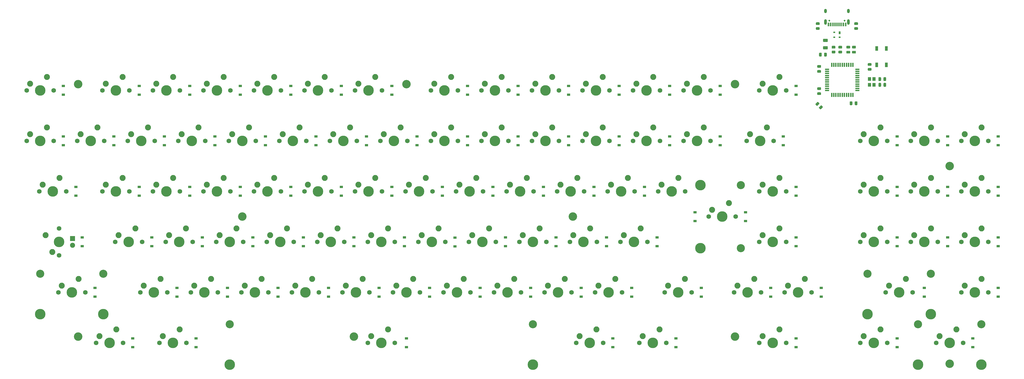
<source format=gbs>
%TF.GenerationSoftware,KiCad,Pcbnew,5.1.9*%
%TF.CreationDate,2022-11-22T14:36:08-05:00*%
%TF.ProjectId,EKS1000-V4,454b5331-3030-4302-9d56-342e6b696361,rev?*%
%TF.SameCoordinates,Original*%
%TF.FileFunction,Soldermask,Bot*%
%TF.FilePolarity,Negative*%
%FSLAX46Y46*%
G04 Gerber Fmt 4.6, Leading zero omitted, Abs format (unit mm)*
G04 Created by KiCad (PCBNEW 5.1.9) date 2022-11-22 14:36:08*
%MOMM*%
%LPD*%
G01*
G04 APERTURE LIST*
%ADD10C,2.250000*%
%ADD11C,3.987800*%
%ADD12C,1.750000*%
%ADD13C,3.200000*%
%ADD14O,1.000000X1.600000*%
%ADD15C,0.650000*%
%ADD16O,1.000000X2.100000*%
%ADD17R,0.300000X1.450000*%
%ADD18R,0.600000X1.450000*%
%ADD19R,1.905000X1.905000*%
%ADD20C,1.905000*%
%ADD21C,3.048000*%
%ADD22R,0.700000X1.000000*%
%ADD23R,0.700000X0.600000*%
%ADD24R,1.200000X1.400000*%
%ADD25R,1.500000X0.550000*%
%ADD26R,0.550000X1.500000*%
%ADD27R,1.100000X1.800000*%
%ADD28R,1.200000X0.900000*%
G04 APERTURE END LIST*
D10*
%TO.C,MX78*%
X326390000Y-23495000D03*
D11*
X323850000Y-28575000D03*
D10*
X320040000Y-26035000D03*
D12*
X318770000Y-28575000D03*
X328930000Y-28575000D03*
%TD*%
D13*
%TO.C,M10*%
X352425000Y-112712500D03*
%TD*%
%TO.C,M3*%
X85725000Y-57150000D03*
%TD*%
%TO.C,M5*%
X352425000Y-38100000D03*
%TD*%
%TO.C,M2*%
X147637500Y-7143750D03*
%TD*%
%TO.C,M8*%
X210343750Y-57150000D03*
%TD*%
%TO.C,M7*%
X127793750Y-102393750D03*
%TD*%
%TO.C,M9*%
X271462500Y-102393750D03*
%TD*%
%TO.C,M6*%
X23812500Y-102393750D03*
%TD*%
D14*
%TO.C,J1*%
X314260198Y20417500D03*
D15*
X312830198Y16767500D03*
D14*
X305620198Y20417500D03*
D15*
X307050198Y16767500D03*
D16*
X305620198Y16237500D03*
X314260198Y16237500D03*
D17*
X309690198Y15322500D03*
X311690198Y15322500D03*
X311190198Y15322500D03*
X310690198Y15322500D03*
X310190198Y15322500D03*
X309190198Y15322500D03*
X308690198Y15322500D03*
X308190198Y15322500D03*
D18*
X313190198Y15322500D03*
X312390198Y15322500D03*
X307490198Y15322500D03*
X306690198Y15322500D03*
X306690198Y15322500D03*
X307490198Y15322500D03*
X312390198Y15322500D03*
X313190198Y15322500D03*
%TD*%
%TO.C,R1*%
G36*
G01*
X322712502Y-266750D02*
X321812498Y-266750D01*
G75*
G02*
X321562500Y-16752I0J249998D01*
G01*
X321562500Y508252D01*
G75*
G02*
X321812498Y758250I249998J0D01*
G01*
X322712502Y758250D01*
G75*
G02*
X322962500Y508252I0J-249998D01*
G01*
X322962500Y-16752D01*
G75*
G02*
X322712502Y-266750I-249998J0D01*
G01*
G37*
G36*
G01*
X322712502Y-2091750D02*
X321812498Y-2091750D01*
G75*
G02*
X321562500Y-1841752I0J249998D01*
G01*
X321562500Y-1316748D01*
G75*
G02*
X321812498Y-1066750I249998J0D01*
G01*
X322712502Y-1066750D01*
G75*
G02*
X322962500Y-1316748I0J-249998D01*
G01*
X322962500Y-1841752D01*
G75*
G02*
X322712502Y-2091750I-249998J0D01*
G01*
G37*
%TD*%
D12*
%TO.C,MX4*%
X16668750Y-61595000D03*
X16668750Y-71755000D03*
D19*
X21748750Y-65405000D03*
D20*
X21748750Y-67945000D03*
D10*
X14128750Y-70485000D03*
D11*
X16668750Y-66675000D03*
D10*
X11588750Y-64135000D03*
%TD*%
D13*
%TO.C,M4*%
X271462500Y-7143750D03*
%TD*%
%TO.C,M1*%
X23812500Y-7143750D03*
%TD*%
D10*
%TO.C,MX73*%
X288290000Y-42545000D03*
D11*
X285750000Y-47625000D03*
D10*
X281940000Y-45085000D03*
D12*
X280670000Y-47625000D03*
X290830000Y-47625000D03*
%TD*%
D11*
%TO.C,MX70*%
X258445000Y-69056250D03*
X258445000Y-45243750D03*
D21*
X273685000Y-69056250D03*
X273685000Y-45243750D03*
D12*
X271780000Y-57150000D03*
X261620000Y-57150000D03*
D10*
X262890000Y-54610000D03*
D11*
X266700000Y-57150000D03*
D10*
X269240000Y-52070000D03*
%TD*%
%TO.C,MX41*%
X159702500Y-61595000D03*
D11*
X157162500Y-66675000D03*
D10*
X153352500Y-64135000D03*
D12*
X152082500Y-66675000D03*
X162242500Y-66675000D03*
%TD*%
D22*
%TO.C,U2*%
X310945250Y12211750D03*
D23*
X308945250Y12411750D03*
X310945250Y10511750D03*
X308945250Y10511750D03*
%TD*%
D10*
%TO.C,MX6*%
X38258750Y-99695000D03*
D11*
X35718750Y-104775000D03*
D10*
X31908750Y-102235000D03*
D12*
X30638750Y-104775000D03*
X40798750Y-104775000D03*
%TD*%
D24*
%TO.C,Y1*%
X323906250Y-7450000D03*
X323906250Y-5250000D03*
X322206250Y-5250000D03*
X322206250Y-7450000D03*
%TD*%
D25*
%TO.C,U1*%
X306243750Y-1556250D03*
X306243750Y-2356250D03*
X306243750Y-3156250D03*
X306243750Y-3956250D03*
X306243750Y-4756250D03*
X306243750Y-5556250D03*
X306243750Y-6356250D03*
X306243750Y-7156250D03*
X306243750Y-7956250D03*
X306243750Y-8756250D03*
X306243750Y-9556250D03*
D26*
X307943750Y-11256250D03*
X308743750Y-11256250D03*
X309543750Y-11256250D03*
X310343750Y-11256250D03*
X311143750Y-11256250D03*
X311943750Y-11256250D03*
X312743750Y-11256250D03*
X313543750Y-11256250D03*
X314343750Y-11256250D03*
X315143750Y-11256250D03*
X315943750Y-11256250D03*
D25*
X317643750Y-9556250D03*
X317643750Y-8756250D03*
X317643750Y-7956250D03*
X317643750Y-7156250D03*
X317643750Y-6356250D03*
X317643750Y-5556250D03*
X317643750Y-4756250D03*
X317643750Y-3956250D03*
X317643750Y-3156250D03*
X317643750Y-2356250D03*
X317643750Y-1556250D03*
D26*
X315943750Y143750D03*
X315143750Y143750D03*
X314343750Y143750D03*
X313543750Y143750D03*
X312743750Y143750D03*
X311943750Y143750D03*
X311143750Y143750D03*
X310343750Y143750D03*
X309543750Y143750D03*
X308743750Y143750D03*
X307943750Y143750D03*
%TD*%
D27*
%TO.C,SW1*%
X324889250Y75000D03*
X328589250Y6275000D03*
X328589250Y75000D03*
X324889250Y6275000D03*
%TD*%
%TO.C,R6*%
G36*
G01*
X302254498Y14332000D02*
X303154502Y14332000D01*
G75*
G02*
X303404500Y14082002I0J-249998D01*
G01*
X303404500Y13556998D01*
G75*
G02*
X303154502Y13307000I-249998J0D01*
G01*
X302254498Y13307000D01*
G75*
G02*
X302004500Y13556998I0J249998D01*
G01*
X302004500Y14082002D01*
G75*
G02*
X302254498Y14332000I249998J0D01*
G01*
G37*
G36*
G01*
X302254498Y16157000D02*
X303154502Y16157000D01*
G75*
G02*
X303404500Y15907002I0J-249998D01*
G01*
X303404500Y15381998D01*
G75*
G02*
X303154502Y15132000I-249998J0D01*
G01*
X302254498Y15132000D01*
G75*
G02*
X302004500Y15381998I0J249998D01*
G01*
X302004500Y15907002D01*
G75*
G02*
X302254498Y16157000I249998J0D01*
G01*
G37*
%TD*%
%TO.C,R5*%
G36*
G01*
X316700748Y14332000D02*
X317600752Y14332000D01*
G75*
G02*
X317850750Y14082002I0J-249998D01*
G01*
X317850750Y13556998D01*
G75*
G02*
X317600752Y13307000I-249998J0D01*
G01*
X316700748Y13307000D01*
G75*
G02*
X316450750Y13556998I0J249998D01*
G01*
X316450750Y14082002D01*
G75*
G02*
X316700748Y14332000I249998J0D01*
G01*
G37*
G36*
G01*
X316700748Y16157000D02*
X317600752Y16157000D01*
G75*
G02*
X317850750Y15907002I0J-249998D01*
G01*
X317850750Y15381998D01*
G75*
G02*
X317600752Y15132000I-249998J0D01*
G01*
X316700748Y15132000D01*
G75*
G02*
X316450750Y15381998I0J249998D01*
G01*
X316450750Y15907002D01*
G75*
G02*
X316700748Y16157000I249998J0D01*
G01*
G37*
%TD*%
%TO.C,R4*%
G36*
G01*
X303177144Y-15872793D02*
X303813543Y-15236394D01*
G75*
G02*
X304167093Y-15236394I176775J-176775D01*
G01*
X304538326Y-15607627D01*
G75*
G02*
X304538326Y-15961177I-176775J-176775D01*
G01*
X303901927Y-16597576D01*
G75*
G02*
X303548377Y-16597576I-176775J176775D01*
G01*
X303177144Y-16226343D01*
G75*
G02*
X303177144Y-15872793I176775J176775D01*
G01*
G37*
G36*
G01*
X301886674Y-14582323D02*
X302523073Y-13945924D01*
G75*
G02*
X302876623Y-13945924I176775J-176775D01*
G01*
X303247856Y-14317157D01*
G75*
G02*
X303247856Y-14670707I-176775J-176775D01*
G01*
X302611457Y-15307106D01*
G75*
G02*
X302257907Y-15307106I-176775J176775D01*
G01*
X301886674Y-14935873D01*
G75*
G02*
X301886674Y-14582323I176775J176775D01*
G01*
G37*
%TD*%
%TO.C,R3*%
G36*
G01*
X309095252Y6253966D02*
X308195248Y6253966D01*
G75*
G02*
X307945250Y6503964I0J249998D01*
G01*
X307945250Y7028968D01*
G75*
G02*
X308195248Y7278966I249998J0D01*
G01*
X309095252Y7278966D01*
G75*
G02*
X309345250Y7028968I0J-249998D01*
G01*
X309345250Y6503964D01*
G75*
G02*
X309095252Y6253966I-249998J0D01*
G01*
G37*
G36*
G01*
X309095252Y4428966D02*
X308195248Y4428966D01*
G75*
G02*
X307945250Y4678964I0J249998D01*
G01*
X307945250Y5203968D01*
G75*
G02*
X308195248Y5453966I249998J0D01*
G01*
X309095252Y5453966D01*
G75*
G02*
X309345250Y5203968I0J-249998D01*
G01*
X309345250Y4678964D01*
G75*
G02*
X309095252Y4428966I-249998J0D01*
G01*
G37*
%TD*%
%TO.C,R2*%
G36*
G01*
X311627502Y6253966D02*
X310727498Y6253966D01*
G75*
G02*
X310477500Y6503964I0J249998D01*
G01*
X310477500Y7028968D01*
G75*
G02*
X310727498Y7278966I249998J0D01*
G01*
X311627502Y7278966D01*
G75*
G02*
X311877500Y7028968I0J-249998D01*
G01*
X311877500Y6503964D01*
G75*
G02*
X311627502Y6253966I-249998J0D01*
G01*
G37*
G36*
G01*
X311627502Y4428966D02*
X310727498Y4428966D01*
G75*
G02*
X310477500Y4678964I0J249998D01*
G01*
X310477500Y5203968D01*
G75*
G02*
X310727498Y5453966I249998J0D01*
G01*
X311627502Y5453966D01*
G75*
G02*
X311877500Y5203968I0J-249998D01*
G01*
X311877500Y4678964D01*
G75*
G02*
X311627502Y4428966I-249998J0D01*
G01*
G37*
%TD*%
D10*
%TO.C,MX90*%
X354965000Y-99695000D03*
D11*
X352425000Y-104775000D03*
D10*
X348615000Y-102235000D03*
D12*
X347345000Y-104775000D03*
X357505000Y-104775000D03*
D21*
X340518750Y-97790000D03*
X364331250Y-97790000D03*
D11*
X340518750Y-113030000D03*
X364331250Y-113030000D03*
%TD*%
D10*
%TO.C,MX89*%
X364490000Y-80645000D03*
D11*
X361950000Y-85725000D03*
D10*
X358140000Y-83185000D03*
D12*
X356870000Y-85725000D03*
X367030000Y-85725000D03*
%TD*%
D10*
%TO.C,MX88*%
X364490000Y-61595000D03*
D11*
X361950000Y-66675000D03*
D10*
X358140000Y-64135000D03*
D12*
X356870000Y-66675000D03*
X367030000Y-66675000D03*
%TD*%
D10*
%TO.C,MX87*%
X364490000Y-42545000D03*
D11*
X361950000Y-47625000D03*
D10*
X358140000Y-45085000D03*
D12*
X356870000Y-47625000D03*
X367030000Y-47625000D03*
%TD*%
D10*
%TO.C,MX86*%
X364490000Y-23495000D03*
D11*
X361950000Y-28575000D03*
D10*
X358140000Y-26035000D03*
D12*
X356870000Y-28575000D03*
X367030000Y-28575000D03*
%TD*%
D10*
%TO.C,MX85*%
X345440000Y-61595000D03*
D11*
X342900000Y-66675000D03*
D10*
X339090000Y-64135000D03*
D12*
X337820000Y-66675000D03*
X347980000Y-66675000D03*
%TD*%
D10*
%TO.C,MX84*%
X345440000Y-42545000D03*
D11*
X342900000Y-47625000D03*
D10*
X339090000Y-45085000D03*
D12*
X337820000Y-47625000D03*
X347980000Y-47625000D03*
%TD*%
D10*
%TO.C,MX83*%
X345440000Y-23495000D03*
D11*
X342900000Y-28575000D03*
D10*
X339090000Y-26035000D03*
D12*
X337820000Y-28575000D03*
X347980000Y-28575000D03*
%TD*%
D10*
%TO.C,MX82*%
X326390000Y-99695000D03*
D11*
X323850000Y-104775000D03*
D10*
X320040000Y-102235000D03*
D12*
X318770000Y-104775000D03*
X328930000Y-104775000D03*
%TD*%
D10*
%TO.C,MX81*%
X335915000Y-80645000D03*
D11*
X333375000Y-85725000D03*
D10*
X329565000Y-83185000D03*
D12*
X328295000Y-85725000D03*
X338455000Y-85725000D03*
D21*
X321468750Y-78740000D03*
X345281250Y-78740000D03*
D11*
X321468750Y-93980000D03*
X345281250Y-93980000D03*
%TD*%
D10*
%TO.C,MX80*%
X326390000Y-61595000D03*
D11*
X323850000Y-66675000D03*
D10*
X320040000Y-64135000D03*
D12*
X318770000Y-66675000D03*
X328930000Y-66675000D03*
%TD*%
D10*
%TO.C,MX79*%
X326390000Y-42545000D03*
D11*
X323850000Y-47625000D03*
D10*
X320040000Y-45085000D03*
D12*
X318770000Y-47625000D03*
X328930000Y-47625000D03*
%TD*%
D10*
%TO.C,MX77*%
X288290000Y-99695000D03*
D11*
X285750000Y-104775000D03*
D10*
X281940000Y-102235000D03*
D12*
X280670000Y-104775000D03*
X290830000Y-104775000D03*
%TD*%
D10*
%TO.C,MX76*%
X297815000Y-80645000D03*
D11*
X295275000Y-85725000D03*
D10*
X291465000Y-83185000D03*
D12*
X290195000Y-85725000D03*
X300355000Y-85725000D03*
%TD*%
D10*
%TO.C,MX75*%
X278765000Y-80645000D03*
D11*
X276225000Y-85725000D03*
D10*
X272415000Y-83185000D03*
D12*
X271145000Y-85725000D03*
X281305000Y-85725000D03*
%TD*%
D10*
%TO.C,MX74*%
X288290000Y-61595000D03*
D11*
X285750000Y-66675000D03*
D10*
X281940000Y-64135000D03*
D12*
X280670000Y-66675000D03*
X290830000Y-66675000D03*
%TD*%
D10*
%TO.C,MX59*%
X243046250Y-99695000D03*
D11*
X240506250Y-104775000D03*
D10*
X236696250Y-102235000D03*
D12*
X235426250Y-104775000D03*
X245586250Y-104775000D03*
%TD*%
D10*
%TO.C,MX64*%
X252571250Y-80645000D03*
D11*
X250031250Y-85725000D03*
D10*
X246221250Y-83185000D03*
D12*
X244951250Y-85725000D03*
X255111250Y-85725000D03*
%TD*%
D10*
%TO.C,MX72*%
X283527500Y-23495000D03*
D11*
X280987500Y-28575000D03*
D10*
X277177500Y-26035000D03*
D12*
X275907500Y-28575000D03*
X286067500Y-28575000D03*
%TD*%
D10*
%TO.C,MX71*%
X288290000Y-4445000D03*
D11*
X285750000Y-9525000D03*
D10*
X281940000Y-6985000D03*
D12*
X280670000Y-9525000D03*
X290830000Y-9525000D03*
%TD*%
D10*
%TO.C,MX53*%
X219233750Y-99695000D03*
D11*
X216693750Y-104775000D03*
D10*
X212883750Y-102235000D03*
D12*
X211613750Y-104775000D03*
X221773750Y-104775000D03*
%TD*%
D10*
%TO.C,MX58*%
X226377500Y-80645000D03*
D11*
X223837500Y-85725000D03*
D10*
X220027500Y-83185000D03*
D12*
X218757500Y-85725000D03*
X228917500Y-85725000D03*
%TD*%
D10*
%TO.C,MX63*%
X235902500Y-61595000D03*
D11*
X233362500Y-66675000D03*
D10*
X229552500Y-64135000D03*
D12*
X228282500Y-66675000D03*
X238442500Y-66675000D03*
%TD*%
D10*
%TO.C,MX67*%
X250190000Y-42545000D03*
D11*
X247650000Y-47625000D03*
D10*
X243840000Y-45085000D03*
D12*
X242570000Y-47625000D03*
X252730000Y-47625000D03*
%TD*%
D10*
%TO.C,MX69*%
X259715000Y-23495000D03*
D11*
X257175000Y-28575000D03*
D10*
X253365000Y-26035000D03*
D12*
X252095000Y-28575000D03*
X262255000Y-28575000D03*
%TD*%
D10*
%TO.C,MX68*%
X259715000Y-4445000D03*
D11*
X257175000Y-9525000D03*
D10*
X253365000Y-6985000D03*
D12*
X252095000Y-9525000D03*
X262255000Y-9525000D03*
%TD*%
D10*
%TO.C,MX52*%
X207327500Y-80645000D03*
D11*
X204787500Y-85725000D03*
D10*
X200977500Y-83185000D03*
D12*
X199707500Y-85725000D03*
X209867500Y-85725000D03*
%TD*%
D10*
%TO.C,MX57*%
X216852500Y-61595000D03*
D11*
X214312500Y-66675000D03*
D10*
X210502500Y-64135000D03*
D12*
X209232500Y-66675000D03*
X219392500Y-66675000D03*
%TD*%
D10*
%TO.C,MX62*%
X231140000Y-42545000D03*
D11*
X228600000Y-47625000D03*
D10*
X224790000Y-45085000D03*
D12*
X223520000Y-47625000D03*
X233680000Y-47625000D03*
%TD*%
D10*
%TO.C,MX66*%
X240665000Y-23495000D03*
D11*
X238125000Y-28575000D03*
D10*
X234315000Y-26035000D03*
D12*
X233045000Y-28575000D03*
X243205000Y-28575000D03*
%TD*%
D10*
%TO.C,MX65*%
X240665000Y-4445000D03*
D11*
X238125000Y-9525000D03*
D10*
X234315000Y-6985000D03*
D12*
X233045000Y-9525000D03*
X243205000Y-9525000D03*
%TD*%
D10*
%TO.C,MX47*%
X188277500Y-80645000D03*
D11*
X185737500Y-85725000D03*
D10*
X181927500Y-83185000D03*
D12*
X180657500Y-85725000D03*
X190817500Y-85725000D03*
%TD*%
D10*
%TO.C,MX51*%
X197802500Y-61595000D03*
D11*
X195262500Y-66675000D03*
D10*
X191452500Y-64135000D03*
D12*
X190182500Y-66675000D03*
X200342500Y-66675000D03*
%TD*%
D10*
%TO.C,MX56*%
X212090000Y-42545000D03*
D11*
X209550000Y-47625000D03*
D10*
X205740000Y-45085000D03*
D12*
X204470000Y-47625000D03*
X214630000Y-47625000D03*
%TD*%
D10*
%TO.C,MX61*%
X221615000Y-23495000D03*
D11*
X219075000Y-28575000D03*
D10*
X215265000Y-26035000D03*
D12*
X213995000Y-28575000D03*
X224155000Y-28575000D03*
%TD*%
D10*
%TO.C,MX60*%
X221615000Y-4445000D03*
D11*
X219075000Y-9525000D03*
D10*
X215265000Y-6985000D03*
D12*
X213995000Y-9525000D03*
X224155000Y-9525000D03*
%TD*%
D10*
%TO.C,MX42*%
X169227500Y-80645000D03*
D11*
X166687500Y-85725000D03*
D10*
X162877500Y-83185000D03*
D12*
X161607500Y-85725000D03*
X171767500Y-85725000D03*
%TD*%
D10*
%TO.C,MX46*%
X178752500Y-61595000D03*
D11*
X176212500Y-66675000D03*
D10*
X172402500Y-64135000D03*
D12*
X171132500Y-66675000D03*
X181292500Y-66675000D03*
%TD*%
D10*
%TO.C,MX50*%
X193040000Y-42545000D03*
D11*
X190500000Y-47625000D03*
D10*
X186690000Y-45085000D03*
D12*
X185420000Y-47625000D03*
X195580000Y-47625000D03*
%TD*%
D10*
%TO.C,MX55*%
X202565000Y-23495000D03*
D11*
X200025000Y-28575000D03*
D10*
X196215000Y-26035000D03*
D12*
X194945000Y-28575000D03*
X205105000Y-28575000D03*
%TD*%
D10*
%TO.C,MX54*%
X202565000Y-4445000D03*
D11*
X200025000Y-9525000D03*
D10*
X196215000Y-6985000D03*
D12*
X194945000Y-9525000D03*
X205105000Y-9525000D03*
%TD*%
D10*
%TO.C,MX45*%
X173990000Y-42545000D03*
D11*
X171450000Y-47625000D03*
D10*
X167640000Y-45085000D03*
D12*
X166370000Y-47625000D03*
X176530000Y-47625000D03*
%TD*%
D10*
%TO.C,MX49*%
X183515000Y-23495000D03*
D11*
X180975000Y-28575000D03*
D10*
X177165000Y-26035000D03*
D12*
X175895000Y-28575000D03*
X186055000Y-28575000D03*
%TD*%
D10*
%TO.C,MX48*%
X183515000Y-4445000D03*
D11*
X180975000Y-9525000D03*
D10*
X177165000Y-6985000D03*
D12*
X175895000Y-9525000D03*
X186055000Y-9525000D03*
%TD*%
D10*
%TO.C,MX44*%
X164465000Y-23495000D03*
D11*
X161925000Y-28575000D03*
D10*
X158115000Y-26035000D03*
D12*
X156845000Y-28575000D03*
X167005000Y-28575000D03*
%TD*%
D10*
%TO.C,MX43*%
X164465000Y-4445000D03*
D11*
X161925000Y-9525000D03*
D10*
X158115000Y-6985000D03*
D12*
X156845000Y-9525000D03*
X167005000Y-9525000D03*
%TD*%
D10*
%TO.C,MX40*%
X154940000Y-42545000D03*
D11*
X152400000Y-47625000D03*
D10*
X148590000Y-45085000D03*
D12*
X147320000Y-47625000D03*
X157480000Y-47625000D03*
%TD*%
D10*
%TO.C,MX39*%
X145415000Y-23495000D03*
D11*
X142875000Y-28575000D03*
D10*
X139065000Y-26035000D03*
D12*
X137795000Y-28575000D03*
X147955000Y-28575000D03*
%TD*%
D10*
%TO.C,MX38*%
X135890000Y-4445000D03*
D11*
X133350000Y-9525000D03*
D10*
X129540000Y-6985000D03*
D12*
X128270000Y-9525000D03*
X138430000Y-9525000D03*
%TD*%
D10*
%TO.C,MX37*%
X150177500Y-80645000D03*
D11*
X147637500Y-85725000D03*
D10*
X143827500Y-83185000D03*
D12*
X142557500Y-85725000D03*
X152717500Y-85725000D03*
%TD*%
D10*
%TO.C,MX36*%
X140652500Y-61595000D03*
D11*
X138112500Y-66675000D03*
D10*
X134302500Y-64135000D03*
D12*
X133032500Y-66675000D03*
X143192500Y-66675000D03*
%TD*%
D10*
%TO.C,MX35*%
X135890000Y-42545000D03*
D11*
X133350000Y-47625000D03*
D10*
X129540000Y-45085000D03*
D12*
X128270000Y-47625000D03*
X138430000Y-47625000D03*
%TD*%
D10*
%TO.C,MX34*%
X126365000Y-23495000D03*
D11*
X123825000Y-28575000D03*
D10*
X120015000Y-26035000D03*
D12*
X118745000Y-28575000D03*
X128905000Y-28575000D03*
%TD*%
D10*
%TO.C,MX33*%
X116840000Y-4445000D03*
D11*
X114300000Y-9525000D03*
D10*
X110490000Y-6985000D03*
D12*
X109220000Y-9525000D03*
X119380000Y-9525000D03*
%TD*%
D10*
%TO.C,MX32*%
X140652500Y-99695000D03*
D11*
X138112500Y-104775000D03*
D10*
X134302500Y-102235000D03*
D12*
X133032500Y-104775000D03*
X143192500Y-104775000D03*
D21*
X80962500Y-97790000D03*
X195262500Y-97790000D03*
D11*
X80962500Y-113030000D03*
X195262500Y-113030000D03*
%TD*%
D10*
%TO.C,MX31*%
X131127500Y-80645000D03*
D11*
X128587500Y-85725000D03*
D10*
X124777500Y-83185000D03*
D12*
X123507500Y-85725000D03*
X133667500Y-85725000D03*
%TD*%
D10*
%TO.C,MX30*%
X121602500Y-61595000D03*
D11*
X119062500Y-66675000D03*
D10*
X115252500Y-64135000D03*
D12*
X113982500Y-66675000D03*
X124142500Y-66675000D03*
%TD*%
D10*
%TO.C,MX29*%
X116840000Y-42545000D03*
D11*
X114300000Y-47625000D03*
D10*
X110490000Y-45085000D03*
D12*
X109220000Y-47625000D03*
X119380000Y-47625000D03*
%TD*%
D10*
%TO.C,MX28*%
X107315000Y-23495000D03*
D11*
X104775000Y-28575000D03*
D10*
X100965000Y-26035000D03*
D12*
X99695000Y-28575000D03*
X109855000Y-28575000D03*
%TD*%
D10*
%TO.C,MX27*%
X97790000Y-4445000D03*
D11*
X95250000Y-9525000D03*
D10*
X91440000Y-6985000D03*
D12*
X90170000Y-9525000D03*
X100330000Y-9525000D03*
%TD*%
D10*
%TO.C,MX26*%
X112077500Y-80645000D03*
D11*
X109537500Y-85725000D03*
D10*
X105727500Y-83185000D03*
D12*
X104457500Y-85725000D03*
X114617500Y-85725000D03*
%TD*%
D10*
%TO.C,MX25*%
X102552500Y-61595000D03*
D11*
X100012500Y-66675000D03*
D10*
X96202500Y-64135000D03*
D12*
X94932500Y-66675000D03*
X105092500Y-66675000D03*
%TD*%
D10*
%TO.C,MX24*%
X97790000Y-42545000D03*
D11*
X95250000Y-47625000D03*
D10*
X91440000Y-45085000D03*
D12*
X90170000Y-47625000D03*
X100330000Y-47625000D03*
%TD*%
D10*
%TO.C,MX23*%
X88265000Y-23495000D03*
D11*
X85725000Y-28575000D03*
D10*
X81915000Y-26035000D03*
D12*
X80645000Y-28575000D03*
X90805000Y-28575000D03*
%TD*%
D10*
%TO.C,MX22*%
X78740000Y-4445000D03*
D11*
X76200000Y-9525000D03*
D10*
X72390000Y-6985000D03*
D12*
X71120000Y-9525000D03*
X81280000Y-9525000D03*
%TD*%
D10*
%TO.C,MX21*%
X93027500Y-80645000D03*
D11*
X90487500Y-85725000D03*
D10*
X86677500Y-83185000D03*
D12*
X85407500Y-85725000D03*
X95567500Y-85725000D03*
%TD*%
D10*
%TO.C,MX20*%
X83502500Y-61595000D03*
D11*
X80962500Y-66675000D03*
D10*
X77152500Y-64135000D03*
D12*
X75882500Y-66675000D03*
X86042500Y-66675000D03*
%TD*%
D10*
%TO.C,MX19*%
X78740000Y-42545000D03*
D11*
X76200000Y-47625000D03*
D10*
X72390000Y-45085000D03*
D12*
X71120000Y-47625000D03*
X81280000Y-47625000D03*
%TD*%
D10*
%TO.C,MX18*%
X69215000Y-23495000D03*
D11*
X66675000Y-28575000D03*
D10*
X62865000Y-26035000D03*
D12*
X61595000Y-28575000D03*
X71755000Y-28575000D03*
%TD*%
D10*
%TO.C,MX17*%
X59690000Y-4445000D03*
D11*
X57150000Y-9525000D03*
D10*
X53340000Y-6985000D03*
D12*
X52070000Y-9525000D03*
X62230000Y-9525000D03*
%TD*%
D10*
%TO.C,MX16*%
X73977500Y-80645000D03*
D11*
X71437500Y-85725000D03*
D10*
X67627500Y-83185000D03*
D12*
X66357500Y-85725000D03*
X76517500Y-85725000D03*
%TD*%
D10*
%TO.C,MX15*%
X64452500Y-61595000D03*
D11*
X61912500Y-66675000D03*
D10*
X58102500Y-64135000D03*
D12*
X56832500Y-66675000D03*
X66992500Y-66675000D03*
%TD*%
D10*
%TO.C,MX14*%
X59690000Y-42545000D03*
D11*
X57150000Y-47625000D03*
D10*
X53340000Y-45085000D03*
D12*
X52070000Y-47625000D03*
X62230000Y-47625000D03*
%TD*%
D10*
%TO.C,MX13*%
X50165000Y-23495000D03*
D11*
X47625000Y-28575000D03*
D10*
X43815000Y-26035000D03*
D12*
X42545000Y-28575000D03*
X52705000Y-28575000D03*
%TD*%
D10*
%TO.C,MX12*%
X40640000Y-4445000D03*
D11*
X38100000Y-9525000D03*
D10*
X34290000Y-6985000D03*
D12*
X33020000Y-9525000D03*
X43180000Y-9525000D03*
%TD*%
D10*
%TO.C,MX11*%
X62071250Y-99695000D03*
D11*
X59531250Y-104775000D03*
D10*
X55721250Y-102235000D03*
D12*
X54451250Y-104775000D03*
X64611250Y-104775000D03*
%TD*%
D10*
%TO.C,MX10*%
X54927500Y-80645000D03*
D11*
X52387500Y-85725000D03*
D10*
X48577500Y-83185000D03*
D12*
X47307500Y-85725000D03*
X57467500Y-85725000D03*
%TD*%
D10*
%TO.C,MX9*%
X45402500Y-61595000D03*
D11*
X42862500Y-66675000D03*
D10*
X39052500Y-64135000D03*
D12*
X37782500Y-66675000D03*
X47942500Y-66675000D03*
%TD*%
D10*
%TO.C,MX8*%
X40640000Y-42545000D03*
D11*
X38100000Y-47625000D03*
D10*
X34290000Y-45085000D03*
D12*
X33020000Y-47625000D03*
X43180000Y-47625000D03*
%TD*%
D10*
%TO.C,MX7*%
X31115000Y-23495000D03*
D11*
X28575000Y-28575000D03*
D10*
X24765000Y-26035000D03*
D12*
X23495000Y-28575000D03*
X33655000Y-28575000D03*
%TD*%
D10*
%TO.C,MX5*%
X23971250Y-80645000D03*
D11*
X21431250Y-85725000D03*
D10*
X17621250Y-83185000D03*
D12*
X16351250Y-85725000D03*
X26511250Y-85725000D03*
D21*
X9525000Y-78740000D03*
X33337500Y-78740000D03*
D11*
X9525000Y-93980000D03*
X33337500Y-93980000D03*
%TD*%
D10*
%TO.C,MX3*%
X16827500Y-42545000D03*
D11*
X14287500Y-47625000D03*
D10*
X10477500Y-45085000D03*
D12*
X9207500Y-47625000D03*
X19367500Y-47625000D03*
%TD*%
D10*
%TO.C,MX2*%
X12065000Y-23495000D03*
D11*
X9525000Y-28575000D03*
D10*
X5715000Y-26035000D03*
D12*
X4445000Y-28575000D03*
X14605000Y-28575000D03*
%TD*%
D10*
%TO.C,MX1*%
X12065000Y-4445000D03*
D11*
X9525000Y-9525000D03*
D10*
X5715000Y-6985000D03*
D12*
X4445000Y-9525000D03*
X14605000Y-9525000D03*
%TD*%
%TO.C,F1*%
G36*
G01*
X306218750Y5912500D02*
X304968750Y5912500D01*
G75*
G02*
X304718750Y6162500I0J250000D01*
G01*
X304718750Y6912500D01*
G75*
G02*
X304968750Y7162500I250000J0D01*
G01*
X306218750Y7162500D01*
G75*
G02*
X306468750Y6912500I0J-250000D01*
G01*
X306468750Y6162500D01*
G75*
G02*
X306218750Y5912500I-250000J0D01*
G01*
G37*
G36*
G01*
X306218750Y8712500D02*
X304968750Y8712500D01*
G75*
G02*
X304718750Y8962500I0J250000D01*
G01*
X304718750Y9712500D01*
G75*
G02*
X304968750Y9962500I250000J0D01*
G01*
X306218750Y9962500D01*
G75*
G02*
X306468750Y9712500I0J-250000D01*
G01*
X306468750Y8962500D01*
G75*
G02*
X306218750Y8712500I-250000J0D01*
G01*
G37*
%TD*%
D28*
%TO.C,D90*%
X361156250Y-103125000D03*
X361156250Y-106425000D03*
%TD*%
%TO.C,D89*%
X370681250Y-84075000D03*
X370681250Y-87375000D03*
%TD*%
%TO.C,D88*%
X370681250Y-65025000D03*
X370681250Y-68325000D03*
%TD*%
%TO.C,D87*%
X370681250Y-45975000D03*
X370681250Y-49275000D03*
%TD*%
%TO.C,D86*%
X370681250Y-26925000D03*
X370681250Y-30225000D03*
%TD*%
%TO.C,D85*%
X351631250Y-65025000D03*
X351631250Y-68325000D03*
%TD*%
%TO.C,D84*%
X351631250Y-45975000D03*
X351631250Y-49275000D03*
%TD*%
%TO.C,D83*%
X351631250Y-26925000D03*
X351631250Y-30225000D03*
%TD*%
%TO.C,D82*%
X332581250Y-103125000D03*
X332581250Y-106425000D03*
%TD*%
%TO.C,D81*%
X342900000Y-84075000D03*
X342900000Y-87375000D03*
%TD*%
%TO.C,D80*%
X332581250Y-65025000D03*
X332581250Y-68325000D03*
%TD*%
%TO.C,D79*%
X332581250Y-45975000D03*
X332581250Y-49275000D03*
%TD*%
%TO.C,D78*%
X332581250Y-26925000D03*
X332581250Y-30225000D03*
%TD*%
%TO.C,D77*%
X294481250Y-103125000D03*
X294481250Y-106425000D03*
%TD*%
%TO.C,D76*%
X304006250Y-84075000D03*
X304006250Y-87375000D03*
%TD*%
%TO.C,D75*%
X284956250Y-84075000D03*
X284956250Y-87375000D03*
%TD*%
%TO.C,D74*%
X294481250Y-65025000D03*
X294481250Y-68325000D03*
%TD*%
%TO.C,D73*%
X294481250Y-45975000D03*
X294481250Y-49275000D03*
%TD*%
%TO.C,D59*%
X249237500Y-103125000D03*
X249237500Y-106425000D03*
%TD*%
%TO.C,D64*%
X258762500Y-84075000D03*
X258762500Y-87375000D03*
%TD*%
%TO.C,D70*%
X275431250Y-55500000D03*
X275431250Y-58800000D03*
%TD*%
%TO.C,D72*%
X289718750Y-26925000D03*
X289718750Y-30225000D03*
%TD*%
%TO.C,D71*%
X294481250Y-7875000D03*
X294481250Y-11175000D03*
%TD*%
%TO.C,D53*%
X225425000Y-103125000D03*
X225425000Y-106425000D03*
%TD*%
%TO.C,D58*%
X232568750Y-84075000D03*
X232568750Y-87375000D03*
%TD*%
%TO.C,D63*%
X242093750Y-65025000D03*
X242093750Y-68325000D03*
%TD*%
%TO.C,D67*%
X256381250Y-55500000D03*
X256381250Y-58800000D03*
%TD*%
%TO.C,D69*%
X265906250Y-26925000D03*
X265906250Y-30225000D03*
%TD*%
%TO.C,D68*%
X265906250Y-7875000D03*
X265906250Y-11175000D03*
%TD*%
%TO.C,D52*%
X213518750Y-84075000D03*
X213518750Y-87375000D03*
%TD*%
%TO.C,D57*%
X223043750Y-65025000D03*
X223043750Y-68325000D03*
%TD*%
%TO.C,D62*%
X237331250Y-45975000D03*
X237331250Y-49275000D03*
%TD*%
%TO.C,D66*%
X246856250Y-26925000D03*
X246856250Y-30225000D03*
%TD*%
%TO.C,D65*%
X246856250Y-7875000D03*
X246856250Y-11175000D03*
%TD*%
%TO.C,D47*%
X194468750Y-84075000D03*
X194468750Y-87375000D03*
%TD*%
%TO.C,D51*%
X203993750Y-65025000D03*
X203993750Y-68325000D03*
%TD*%
%TO.C,D56*%
X218281250Y-45975000D03*
X218281250Y-49275000D03*
%TD*%
%TO.C,D61*%
X227806250Y-26925000D03*
X227806250Y-30225000D03*
%TD*%
%TO.C,D60*%
X227806250Y-7875000D03*
X227806250Y-11175000D03*
%TD*%
%TO.C,D42*%
X175418750Y-84075000D03*
X175418750Y-87375000D03*
%TD*%
%TO.C,D46*%
X184943750Y-65025000D03*
X184943750Y-68325000D03*
%TD*%
%TO.C,D50*%
X199231250Y-45975000D03*
X199231250Y-49275000D03*
%TD*%
%TO.C,D55*%
X208756250Y-26925000D03*
X208756250Y-30225000D03*
%TD*%
%TO.C,D54*%
X208756250Y-7875000D03*
X208756250Y-11175000D03*
%TD*%
%TO.C,D45*%
X180181250Y-45975000D03*
X180181250Y-49275000D03*
%TD*%
%TO.C,D49*%
X189706250Y-26925000D03*
X189706250Y-30225000D03*
%TD*%
%TO.C,D48*%
X189706250Y-7875000D03*
X189706250Y-11175000D03*
%TD*%
%TO.C,D44*%
X170656250Y-26925000D03*
X170656250Y-30225000D03*
%TD*%
%TO.C,D43*%
X170656250Y-7875000D03*
X170656250Y-11175000D03*
%TD*%
%TO.C,D41*%
X165893750Y-65087500D03*
X165893750Y-68387500D03*
%TD*%
%TO.C,D40*%
X161131250Y-45975000D03*
X161131250Y-49275000D03*
%TD*%
%TO.C,D39*%
X151606250Y-26925000D03*
X151606250Y-30225000D03*
%TD*%
%TO.C,D38*%
X142081250Y-7875000D03*
X142081250Y-11175000D03*
%TD*%
%TO.C,D37*%
X156368750Y-84075000D03*
X156368750Y-87375000D03*
%TD*%
%TO.C,D36*%
X146843750Y-65025000D03*
X146843750Y-68325000D03*
%TD*%
%TO.C,D35*%
X142081250Y-45975000D03*
X142081250Y-49275000D03*
%TD*%
%TO.C,D34*%
X132556250Y-26925000D03*
X132556250Y-30225000D03*
%TD*%
%TO.C,D33*%
X123031250Y-7875000D03*
X123031250Y-11175000D03*
%TD*%
%TO.C,D32*%
X147637500Y-103125000D03*
X147637500Y-106425000D03*
%TD*%
%TO.C,D31*%
X137318750Y-84075000D03*
X137318750Y-87375000D03*
%TD*%
%TO.C,D30*%
X127793750Y-65025000D03*
X127793750Y-68325000D03*
%TD*%
%TO.C,D29*%
X123031250Y-45975000D03*
X123031250Y-49275000D03*
%TD*%
%TO.C,D28*%
X113506250Y-26925000D03*
X113506250Y-30225000D03*
%TD*%
%TO.C,D27*%
X103981250Y-7875000D03*
X103981250Y-11175000D03*
%TD*%
%TO.C,D26*%
X118268750Y-84075000D03*
X118268750Y-87375000D03*
%TD*%
%TO.C,D25*%
X108743750Y-65025000D03*
X108743750Y-68325000D03*
%TD*%
%TO.C,D24*%
X103981250Y-45975000D03*
X103981250Y-49275000D03*
%TD*%
%TO.C,D23*%
X94456250Y-26925000D03*
X94456250Y-30225000D03*
%TD*%
%TO.C,D22*%
X84931250Y-7875000D03*
X84931250Y-11175000D03*
%TD*%
%TO.C,D21*%
X99218750Y-84075000D03*
X99218750Y-87375000D03*
%TD*%
%TO.C,D20*%
X89693750Y-65025000D03*
X89693750Y-68325000D03*
%TD*%
%TO.C,D19*%
X84931250Y-45975000D03*
X84931250Y-49275000D03*
%TD*%
%TO.C,D18*%
X75406250Y-26925000D03*
X75406250Y-30225000D03*
%TD*%
%TO.C,D17*%
X65881250Y-7875000D03*
X65881250Y-11175000D03*
%TD*%
%TO.C,D16*%
X80168750Y-84075000D03*
X80168750Y-87375000D03*
%TD*%
%TO.C,D15*%
X70643750Y-65025000D03*
X70643750Y-68325000D03*
%TD*%
%TO.C,D14*%
X65881250Y-45975000D03*
X65881250Y-49275000D03*
%TD*%
%TO.C,D13*%
X56356250Y-26925000D03*
X56356250Y-30225000D03*
%TD*%
%TO.C,D12*%
X46831250Y-7875000D03*
X46831250Y-11175000D03*
%TD*%
%TO.C,D11*%
X68262500Y-103125000D03*
X68262500Y-106425000D03*
%TD*%
%TO.C,D10*%
X61118750Y-84075000D03*
X61118750Y-87375000D03*
%TD*%
%TO.C,D9*%
X51593750Y-65025000D03*
X51593750Y-68325000D03*
%TD*%
%TO.C,D8*%
X46831250Y-45975000D03*
X46831250Y-49275000D03*
%TD*%
%TO.C,D7*%
X37306250Y-26925000D03*
X37306250Y-30225000D03*
%TD*%
%TO.C,D6*%
X44450000Y-103125000D03*
X44450000Y-106425000D03*
%TD*%
%TO.C,D5*%
X30162500Y-84075000D03*
X30162500Y-87375000D03*
%TD*%
%TO.C,D4*%
X25400000Y-65025000D03*
X25400000Y-68325000D03*
%TD*%
%TO.C,D3*%
X23018750Y-45975000D03*
X23018750Y-49275000D03*
%TD*%
%TO.C,D2*%
X18256250Y-26925000D03*
X18256250Y-30225000D03*
%TD*%
%TO.C,D1*%
X18256250Y-7875000D03*
X18256250Y-11175000D03*
%TD*%
%TO.C,C8*%
G36*
G01*
X304191250Y4443750D02*
X304191250Y3493750D01*
G75*
G02*
X303941250Y3243750I-250000J0D01*
G01*
X303441250Y3243750D01*
G75*
G02*
X303191250Y3493750I0J250000D01*
G01*
X303191250Y4443750D01*
G75*
G02*
X303441250Y4693750I250000J0D01*
G01*
X303941250Y4693750D01*
G75*
G02*
X304191250Y4443750I0J-250000D01*
G01*
G37*
G36*
G01*
X306091250Y4443750D02*
X306091250Y3493750D01*
G75*
G02*
X305841250Y3243750I-250000J0D01*
G01*
X305341250Y3243750D01*
G75*
G02*
X305091250Y3493750I0J250000D01*
G01*
X305091250Y4443750D01*
G75*
G02*
X305341250Y4693750I250000J0D01*
G01*
X305841250Y4693750D01*
G75*
G02*
X306091250Y4443750I0J-250000D01*
G01*
G37*
%TD*%
%TO.C,C7*%
G36*
G01*
X302737500Y21250D02*
X303687500Y21250D01*
G75*
G02*
X303937500Y-228750I0J-250000D01*
G01*
X303937500Y-728750D01*
G75*
G02*
X303687500Y-978750I-250000J0D01*
G01*
X302737500Y-978750D01*
G75*
G02*
X302487500Y-728750I0J250000D01*
G01*
X302487500Y-228750D01*
G75*
G02*
X302737500Y21250I250000J0D01*
G01*
G37*
G36*
G01*
X302737500Y-1878750D02*
X303687500Y-1878750D01*
G75*
G02*
X303937500Y-2128750I0J-250000D01*
G01*
X303937500Y-2628750D01*
G75*
G02*
X303687500Y-2878750I-250000J0D01*
G01*
X302737500Y-2878750D01*
G75*
G02*
X302487500Y-2628750I0J250000D01*
G01*
X302487500Y-2128750D01*
G75*
G02*
X302737500Y-1878750I250000J0D01*
G01*
G37*
%TD*%
%TO.C,C6*%
G36*
G01*
X303687500Y-9360750D02*
X302737500Y-9360750D01*
G75*
G02*
X302487500Y-9110750I0J250000D01*
G01*
X302487500Y-8610750D01*
G75*
G02*
X302737500Y-8360750I250000J0D01*
G01*
X303687500Y-8360750D01*
G75*
G02*
X303937500Y-8610750I0J-250000D01*
G01*
X303937500Y-9110750D01*
G75*
G02*
X303687500Y-9360750I-250000J0D01*
G01*
G37*
G36*
G01*
X303687500Y-11260750D02*
X302737500Y-11260750D01*
G75*
G02*
X302487500Y-11010750I0J250000D01*
G01*
X302487500Y-10510750D01*
G75*
G02*
X302737500Y-10260750I250000J0D01*
G01*
X303687500Y-10260750D01*
G75*
G02*
X303937500Y-10510750I0J-250000D01*
G01*
X303937500Y-11010750D01*
G75*
G02*
X303687500Y-11260750I-250000J0D01*
G01*
G37*
%TD*%
%TO.C,C5*%
G36*
G01*
X316648250Y-14857750D02*
X316648250Y-13907750D01*
G75*
G02*
X316898250Y-13657750I250000J0D01*
G01*
X317398250Y-13657750D01*
G75*
G02*
X317648250Y-13907750I0J-250000D01*
G01*
X317648250Y-14857750D01*
G75*
G02*
X317398250Y-15107750I-250000J0D01*
G01*
X316898250Y-15107750D01*
G75*
G02*
X316648250Y-14857750I0J250000D01*
G01*
G37*
G36*
G01*
X314748250Y-14857750D02*
X314748250Y-13907750D01*
G75*
G02*
X314998250Y-13657750I250000J0D01*
G01*
X315498250Y-13657750D01*
G75*
G02*
X315748250Y-13907750I0J-250000D01*
G01*
X315748250Y-14857750D01*
G75*
G02*
X315498250Y-15107750I-250000J0D01*
G01*
X314998250Y-15107750D01*
G75*
G02*
X314748250Y-14857750I0J250000D01*
G01*
G37*
%TD*%
%TO.C,C4*%
G36*
G01*
X316832000Y6292000D02*
X315882000Y6292000D01*
G75*
G02*
X315632000Y6542000I0J250000D01*
G01*
X315632000Y7042000D01*
G75*
G02*
X315882000Y7292000I250000J0D01*
G01*
X316832000Y7292000D01*
G75*
G02*
X317082000Y7042000I0J-250000D01*
G01*
X317082000Y6542000D01*
G75*
G02*
X316832000Y6292000I-250000J0D01*
G01*
G37*
G36*
G01*
X316832000Y4392000D02*
X315882000Y4392000D01*
G75*
G02*
X315632000Y4642000I0J250000D01*
G01*
X315632000Y5142000D01*
G75*
G02*
X315882000Y5392000I250000J0D01*
G01*
X316832000Y5392000D01*
G75*
G02*
X317082000Y5142000I0J-250000D01*
G01*
X317082000Y4642000D01*
G75*
G02*
X316832000Y4392000I-250000J0D01*
G01*
G37*
%TD*%
%TO.C,C3*%
G36*
G01*
X327475000Y-5745500D02*
X327475000Y-4795500D01*
G75*
G02*
X327725000Y-4545500I250000J0D01*
G01*
X328225000Y-4545500D01*
G75*
G02*
X328475000Y-4795500I0J-250000D01*
G01*
X328475000Y-5745500D01*
G75*
G02*
X328225000Y-5995500I-250000J0D01*
G01*
X327725000Y-5995500D01*
G75*
G02*
X327475000Y-5745500I0J250000D01*
G01*
G37*
G36*
G01*
X325575000Y-5745500D02*
X325575000Y-4795500D01*
G75*
G02*
X325825000Y-4545500I250000J0D01*
G01*
X326325000Y-4545500D01*
G75*
G02*
X326575000Y-4795500I0J-250000D01*
G01*
X326575000Y-5745500D01*
G75*
G02*
X326325000Y-5995500I-250000J0D01*
G01*
X325825000Y-5995500D01*
G75*
G02*
X325575000Y-5745500I0J250000D01*
G01*
G37*
%TD*%
%TO.C,C2*%
G36*
G01*
X326575000Y-6954500D02*
X326575000Y-7904500D01*
G75*
G02*
X326325000Y-8154500I-250000J0D01*
G01*
X325825000Y-8154500D01*
G75*
G02*
X325575000Y-7904500I0J250000D01*
G01*
X325575000Y-6954500D01*
G75*
G02*
X325825000Y-6704500I250000J0D01*
G01*
X326325000Y-6704500D01*
G75*
G02*
X326575000Y-6954500I0J-250000D01*
G01*
G37*
G36*
G01*
X328475000Y-6954500D02*
X328475000Y-7904500D01*
G75*
G02*
X328225000Y-8154500I-250000J0D01*
G01*
X327725000Y-8154500D01*
G75*
G02*
X327475000Y-7904500I0J250000D01*
G01*
X327475000Y-6954500D01*
G75*
G02*
X327725000Y-6704500I250000J0D01*
G01*
X328225000Y-6704500D01*
G75*
G02*
X328475000Y-6954500I0J-250000D01*
G01*
G37*
%TD*%
%TO.C,C1*%
G36*
G01*
X314673000Y6292000D02*
X313723000Y6292000D01*
G75*
G02*
X313473000Y6542000I0J250000D01*
G01*
X313473000Y7042000D01*
G75*
G02*
X313723000Y7292000I250000J0D01*
G01*
X314673000Y7292000D01*
G75*
G02*
X314923000Y7042000I0J-250000D01*
G01*
X314923000Y6542000D01*
G75*
G02*
X314673000Y6292000I-250000J0D01*
G01*
G37*
G36*
G01*
X314673000Y4392000D02*
X313723000Y4392000D01*
G75*
G02*
X313473000Y4642000I0J250000D01*
G01*
X313473000Y5142000D01*
G75*
G02*
X313723000Y5392000I250000J0D01*
G01*
X314673000Y5392000D01*
G75*
G02*
X314923000Y5142000I0J-250000D01*
G01*
X314923000Y4642000D01*
G75*
G02*
X314673000Y4392000I-250000J0D01*
G01*
G37*
%TD*%
M02*

</source>
